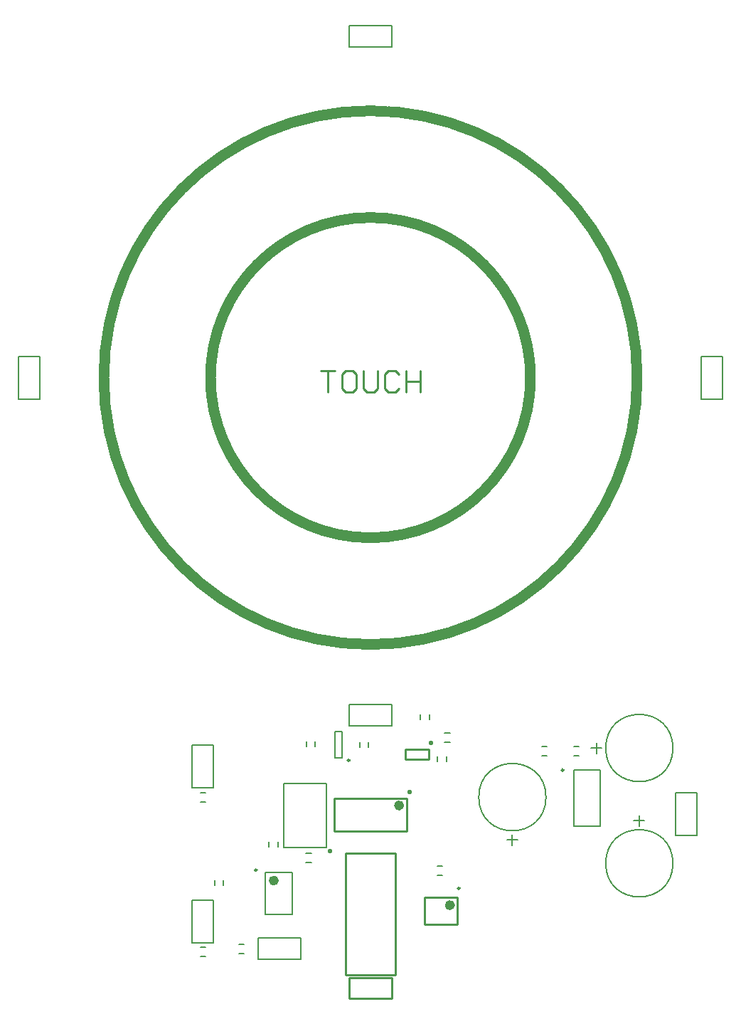
<source format=gto>
G04*
G04 #@! TF.GenerationSoftware,Altium Limited,Altium Designer,23.8.1 (32)*
G04*
G04 Layer_Color=65535*
%FSLAX25Y25*%
%MOIN*%
G70*
G04*
G04 #@! TF.SameCoordinates,B00BB811-4D84-4737-8C1C-C2D0D2789402*
G04*
G04*
G04 #@! TF.FilePolarity,Positive*
G04*
G01*
G75*
%ADD10C,0.05000*%
%ADD11C,0.02362*%
%ADD12C,0.00984*%
%ADD13C,0.00787*%
%ADD14C,0.00591*%
%ADD15C,0.01000*%
D10*
X75000Y0D02*
G03*
X75000Y0I-75000J0D01*
G01*
X125000D02*
G03*
X125000Y0I-125000J0D01*
G01*
D11*
X-44181Y-235595D02*
G03*
X-44181Y-235595I-1181J0D01*
G01*
X38394Y-247114D02*
G03*
X38394Y-247114I-1181J0D01*
G01*
X14587Y-200398D02*
G03*
X14587Y-200398I-1181J0D01*
G01*
D12*
X-53236Y-230654D02*
G03*
X-53236Y-230654I-492J0D01*
G01*
X-9783Y-179283D02*
G03*
X-9783Y-179283I-492J0D01*
G01*
X41839Y-239240D02*
G03*
X41839Y-239240I-492J0D01*
G01*
X90476Y-183811D02*
G03*
X90476Y-183811I-492J0D01*
G01*
D13*
X141748Y-227500D02*
G03*
X141748Y-227500I-15748J0D01*
G01*
X82248Y-196500D02*
G03*
X82248Y-196500I-15748J0D01*
G01*
X141748Y-173500D02*
G03*
X141748Y-173500I-15748J0D01*
G01*
X-49299Y-251343D02*
X-36701D01*
X-49299Y-231658D02*
X-36701D01*
Y-251343D02*
Y-231658D01*
X-49299Y-251343D02*
Y-231658D01*
X-16772Y-178102D02*
X-13228D01*
X-16772Y-165898D02*
X-13228D01*
Y-178102D02*
Y-165898D01*
X-16772Y-178102D02*
Y-165898D01*
X95398Y-210189D02*
X107602D01*
X95398Y-183811D02*
X107602D01*
Y-210189D02*
Y-183811D01*
X95398Y-210189D02*
Y-183811D01*
X-83500Y-244685D02*
X-73500D01*
Y-264685D02*
Y-244685D01*
X-83500Y-264685D02*
X-73500D01*
X-83500D02*
Y-244685D01*
Y-172185D02*
X-73500D01*
Y-192185D02*
Y-172185D01*
X-83500Y-192185D02*
X-73500D01*
X-83500D02*
Y-172185D01*
X143000Y-214500D02*
X153000D01*
X143000D02*
Y-194500D01*
X153000D01*
Y-214500D02*
Y-194500D01*
X-10000Y-163000D02*
Y-153000D01*
X10000D01*
Y-163000D02*
Y-153000D01*
X-10000Y-163000D02*
X10000D01*
X155000Y-10000D02*
X165000D01*
X155000D02*
Y10000D01*
X165000D01*
Y-10000D02*
Y10000D01*
X-10000Y155000D02*
Y165000D01*
X10000D01*
Y155000D02*
Y165000D01*
X-10000Y155000D02*
X10000D01*
X-165000Y-10000D02*
X-155000D01*
X-165000D02*
Y10000D01*
X-155000D01*
Y-10000D02*
Y10000D01*
X-32500Y-272500D02*
Y-262500D01*
X-52500Y-272500D02*
X-32500D01*
X-52500D02*
Y-262500D01*
X-32500D01*
X-40500Y-190000D02*
X-20500D01*
X-40500Y-220000D02*
X-20500D01*
X-40500D02*
Y-190000D01*
X-20500Y-220000D02*
Y-190000D01*
Y-209167D02*
Y-190000D01*
X123500Y-207500D02*
X128500D01*
X126000Y-210000D02*
Y-205000D01*
X64000Y-216500D02*
X69000D01*
X66500Y-219000D02*
Y-214000D01*
X106000Y-176000D02*
Y-171000D01*
X103500Y-173500D02*
X108500D01*
D14*
X34819Y-166335D02*
X37181D01*
X34819Y-170665D02*
X37181D01*
X-79681Y-266835D02*
X-77319D01*
X-79681Y-271165D02*
X-77319D01*
X-79681Y-194335D02*
X-77319D01*
X-79681Y-198665D02*
X-77319D01*
X-61681Y-265335D02*
X-59319D01*
X-61681Y-269665D02*
X-59319D01*
X-30181Y-227165D02*
X-27819D01*
X-30181Y-222835D02*
X-27819D01*
X-5165Y-173181D02*
Y-170819D01*
X-835Y-173181D02*
Y-170819D01*
X-25835Y-172681D02*
Y-170319D01*
X-30165Y-172681D02*
Y-170319D01*
X-68835Y-237681D02*
Y-235319D01*
X-73165Y-237681D02*
Y-235319D01*
X31319Y-233165D02*
X33681D01*
X31319Y-228835D02*
X33681D01*
X31335Y-179681D02*
Y-177319D01*
X35665Y-179681D02*
Y-177319D01*
X23335Y-160181D02*
Y-157819D01*
X27665Y-160181D02*
Y-157819D01*
X-47665Y-219681D02*
Y-217319D01*
X-43335Y-219681D02*
Y-217319D01*
X80319Y-177165D02*
X82681D01*
X80319Y-172835D02*
X82681D01*
X95319Y-177165D02*
X97681D01*
X95319Y-172835D02*
X97681D01*
D15*
X25402Y-256169D02*
X40677D01*
X25402Y-243571D02*
X40677D01*
Y-256169D02*
Y-243571D01*
X25402Y-256169D02*
Y-243571D01*
X27209Y-178874D02*
Y-174150D01*
X16185D02*
X27209D01*
X16185Y-178874D02*
Y-174150D01*
Y-178874D02*
X27209D01*
X-17028Y-212287D02*
X16969D01*
X-17028D02*
Y-197130D01*
X16969D01*
Y-212287D02*
Y-197130D01*
X11811Y-279839D02*
Y-222752D01*
X-11811Y-279839D02*
Y-222752D01*
X11811D01*
X-11811Y-279839D02*
X11811D01*
X9843Y-290862D02*
Y-281020D01*
X-9843Y-290862D02*
Y-281020D01*
X9843D01*
X-9843Y-290862D02*
X9843D01*
X-23329Y3332D02*
X-16665D01*
X-19997D01*
Y-6664D01*
X-8334Y3332D02*
X-11666D01*
X-13332Y1666D01*
Y-4998D01*
X-11666Y-6664D01*
X-8334D01*
X-6668Y-4998D01*
Y1666D01*
X-8334Y3332D01*
X-3336D02*
Y-4998D01*
X-1669Y-6664D01*
X1663D01*
X3329Y-4998D01*
Y3332D01*
X13326Y1666D02*
X11660Y3332D01*
X8327D01*
X6661Y1666D01*
Y-4998D01*
X8327Y-6664D01*
X11660D01*
X13326Y-4998D01*
X16658Y3332D02*
Y-6664D01*
Y-1666D01*
X23323D01*
Y3332D01*
Y-6664D01*
X-19500Y-222000D02*
Y-221000D01*
X-18500D01*
Y-222000D01*
X-19500D01*
X27815Y-170425D02*
X28815D01*
Y-171425D01*
X27815D01*
Y-170425D01*
X17575Y-193425D02*
X18575D01*
Y-194425D01*
X17575D01*
Y-193425D01*
M02*

</source>
